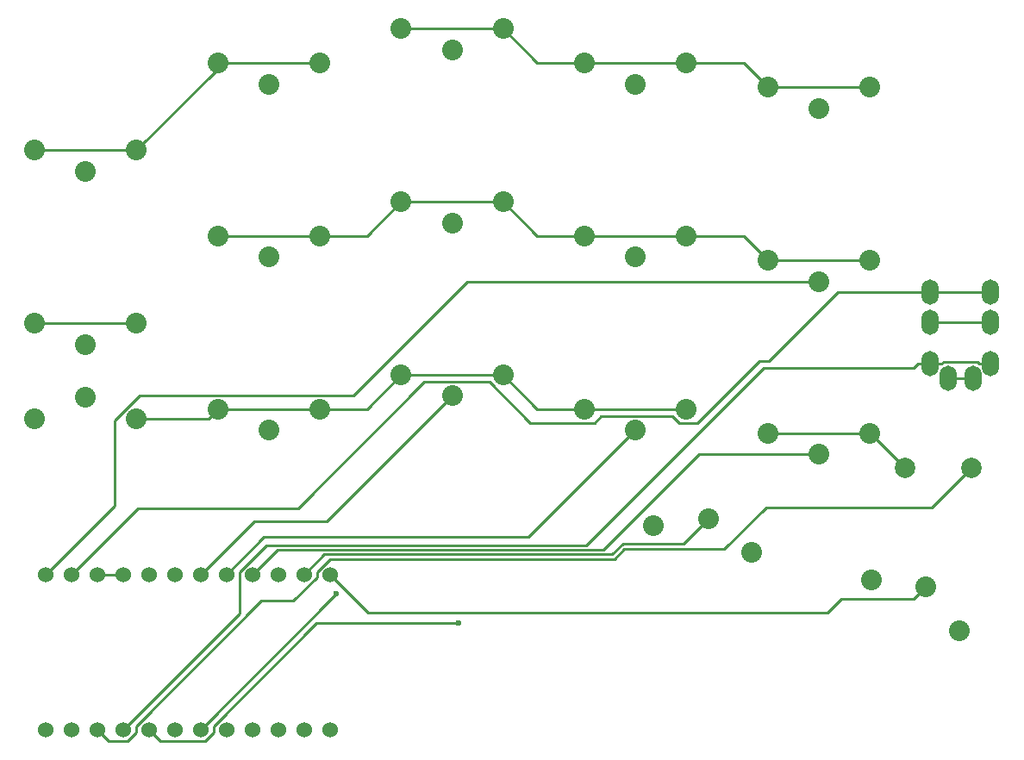
<source format=gtl>
G04 #@! TF.GenerationSoftware,KiCad,Pcbnew,5.1.6*
G04 #@! TF.CreationDate,2020-07-27T10:41:18+01:00*
G04 #@! TF.ProjectId,cradio10,63726164-696f-4313-902e-6b696361645f,1.0*
G04 #@! TF.SameCoordinates,Original*
G04 #@! TF.FileFunction,Copper,L1,Top*
G04 #@! TF.FilePolarity,Positive*
%FSLAX46Y46*%
G04 Gerber Fmt 4.6, Leading zero omitted, Abs format (unit mm)*
G04 Created by KiCad (PCBNEW 5.1.6) date 2020-07-27 10:41:18*
%MOMM*%
%LPD*%
G01*
G04 APERTURE LIST*
G04 #@! TA.AperFunction,ComponentPad*
%ADD10C,2.032000*%
G04 #@! TD*
G04 #@! TA.AperFunction,ComponentPad*
%ADD11C,2.000000*%
G04 #@! TD*
G04 #@! TA.AperFunction,ComponentPad*
%ADD12C,1.524000*%
G04 #@! TD*
G04 #@! TA.AperFunction,ComponentPad*
%ADD13O,1.700000X2.500000*%
G04 #@! TD*
G04 #@! TA.AperFunction,ViaPad*
%ADD14C,0.600000*%
G04 #@! TD*
G04 #@! TA.AperFunction,Conductor*
%ADD15C,0.250000*%
G04 #@! TD*
G04 APERTURE END LIST*
D10*
X109445142Y-80427577D03*
X99785883Y-77839387D03*
X105159032Y-77105038D03*
X121000000Y-68720000D03*
X111000000Y-68720000D03*
X116000000Y-70820000D03*
X129810127Y-88119103D03*
X121149873Y-83119103D03*
X126530000Y-83800450D03*
X103000000Y-66345000D03*
X93000000Y-66345000D03*
X98000000Y-68445000D03*
X85000000Y-62970000D03*
X75000000Y-62970000D03*
X80000000Y-65070000D03*
X67000000Y-66345000D03*
X57000000Y-66345000D03*
X62000000Y-68445000D03*
X49000000Y-67305000D03*
X39000000Y-67305000D03*
X44000000Y-65205000D03*
X121000000Y-51720000D03*
X111000000Y-51720000D03*
X116000000Y-53820000D03*
X103000000Y-49340000D03*
X93000000Y-49340000D03*
X98000000Y-51440000D03*
X85000000Y-45970000D03*
X75000000Y-45970000D03*
X80000000Y-48070000D03*
X67000000Y-49340000D03*
X57000000Y-49340000D03*
X62000000Y-51440000D03*
X49000000Y-57900000D03*
X39000000Y-57900000D03*
X44000000Y-60000000D03*
X121000000Y-34720000D03*
X111000000Y-34720000D03*
X116000000Y-36820000D03*
X103000000Y-32340000D03*
X93000000Y-32340000D03*
X98000000Y-34440000D03*
X85000000Y-28980000D03*
X75000000Y-28980000D03*
X80000000Y-31080000D03*
X49000000Y-40900000D03*
X39000000Y-40900000D03*
X44000000Y-43000000D03*
X67000000Y-32340000D03*
X57000000Y-32340000D03*
X62000000Y-34440000D03*
D11*
X124512000Y-72136000D03*
X131012000Y-72136000D03*
D12*
X40062000Y-97838600D03*
X42602000Y-97838600D03*
X45142000Y-97838600D03*
X47682000Y-97838600D03*
X50222000Y-97838600D03*
X52762000Y-97838600D03*
X55302000Y-97838600D03*
X57842000Y-97838600D03*
X60382000Y-97838600D03*
X62922000Y-97838600D03*
X65462000Y-97838600D03*
X68002000Y-97838600D03*
X68002000Y-82618600D03*
X65462000Y-82618600D03*
X62922000Y-82618600D03*
X60382000Y-82618600D03*
X57842000Y-82618600D03*
X55302000Y-82618600D03*
X52762000Y-82618600D03*
X50222000Y-82618600D03*
X47682000Y-82618600D03*
X45142000Y-82618600D03*
X42602000Y-82618600D03*
X40062000Y-82618600D03*
D13*
X128710000Y-63362000D03*
X132910000Y-61862000D03*
X132910000Y-57862000D03*
X132910000Y-54862000D03*
X126960000Y-57862000D03*
X126960000Y-54862000D03*
X131160000Y-63362000D03*
X126960000Y-61862000D03*
D14*
X80673200Y-87400800D03*
X68617400Y-84513500D03*
D15*
X80000000Y-65070000D02*
X67713200Y-77356800D01*
X67713200Y-77356800D02*
X60563800Y-77356800D01*
X60563800Y-77356800D02*
X55302000Y-82618600D01*
X57842000Y-82618600D02*
X61532700Y-78927900D01*
X61532700Y-78927900D02*
X87517100Y-78927900D01*
X87517100Y-78927900D02*
X98000000Y-68445000D01*
X116000000Y-70820000D02*
X104245000Y-70820000D01*
X104245000Y-70820000D02*
X94884600Y-80180400D01*
X94884600Y-80180400D02*
X62820200Y-80180400D01*
X62820200Y-80180400D02*
X60382000Y-82618600D01*
X50222000Y-97838600D02*
X51324100Y-98940700D01*
X51324100Y-98940700D02*
X55755100Y-98940700D01*
X55755100Y-98940700D02*
X56572000Y-98123800D01*
X56572000Y-98123800D02*
X56572000Y-97528500D01*
X56572000Y-97528500D02*
X66699700Y-87400800D01*
X66699700Y-87400800D02*
X80673200Y-87400800D01*
X121000000Y-68720000D02*
X121096000Y-68720000D01*
X121096000Y-68720000D02*
X124512000Y-72136000D01*
X111000000Y-68720000D02*
X121000000Y-68720000D01*
X93000000Y-32340000D02*
X103000000Y-32340000D01*
X85000000Y-28980000D02*
X88360000Y-32340000D01*
X88360000Y-32340000D02*
X93000000Y-32340000D01*
X75000000Y-45970000D02*
X71630000Y-49340000D01*
X71630000Y-49340000D02*
X67000000Y-49340000D01*
X75000000Y-45970000D02*
X85000000Y-45970000D01*
X67000000Y-66345000D02*
X57000000Y-66345000D01*
X75000000Y-62970000D02*
X71625000Y-66345000D01*
X71625000Y-66345000D02*
X67000000Y-66345000D01*
X57000000Y-32340000D02*
X57000000Y-32900000D01*
X57000000Y-32900000D02*
X49000000Y-40900000D01*
X57000000Y-32340000D02*
X67000000Y-32340000D01*
X126960000Y-57862000D02*
X132910000Y-57862000D01*
X93000000Y-66345000D02*
X88375000Y-66345000D01*
X88375000Y-66345000D02*
X85000000Y-62970000D01*
X93000000Y-66345000D02*
X103000000Y-66345000D01*
X75000000Y-62970000D02*
X85000000Y-62970000D01*
X49000000Y-67305000D02*
X56040000Y-67305000D01*
X56040000Y-67305000D02*
X57000000Y-66345000D01*
X39000000Y-57900000D02*
X49000000Y-57900000D01*
X111000000Y-51720000D02*
X121000000Y-51720000D01*
X103000000Y-49340000D02*
X108620000Y-49340000D01*
X108620000Y-49340000D02*
X111000000Y-51720000D01*
X93000000Y-49340000D02*
X103000000Y-49340000D01*
X85000000Y-45970000D02*
X88370000Y-49340000D01*
X88370000Y-49340000D02*
X93000000Y-49340000D01*
X57000000Y-49340000D02*
X67000000Y-49340000D01*
X111000000Y-34720000D02*
X121000000Y-34720000D01*
X103000000Y-32340000D02*
X108620000Y-32340000D01*
X108620000Y-32340000D02*
X111000000Y-34720000D01*
X75000000Y-28980000D02*
X85000000Y-28980000D01*
X39000000Y-40900000D02*
X49000000Y-40900000D01*
X45142000Y-82618600D02*
X47682000Y-82618600D01*
X125784700Y-61862000D02*
X125334400Y-62312300D01*
X125334400Y-62312300D02*
X110587900Y-62312300D01*
X110587900Y-62312300D02*
X93170100Y-79730100D01*
X93170100Y-79730100D02*
X61730600Y-79730100D01*
X61730600Y-79730100D02*
X59112000Y-82348700D01*
X59112000Y-82348700D02*
X59112000Y-86408600D01*
X59112000Y-86408600D02*
X47682000Y-97838600D01*
X126960000Y-61862000D02*
X125784700Y-61862000D01*
X127360000Y-61862000D02*
X126960000Y-61862000D01*
X127360000Y-61862000D02*
X128135300Y-61862000D01*
X132910000Y-61862000D02*
X131734700Y-61862000D01*
X128135300Y-61862000D02*
X128247400Y-61749900D01*
X128247400Y-61749900D02*
X131622600Y-61749900D01*
X131622600Y-61749900D02*
X131734700Y-61862000D01*
X55302000Y-97838600D02*
X68617400Y-84523200D01*
X68617400Y-84523200D02*
X68617400Y-84513500D01*
X40062000Y-82618600D02*
X46838200Y-75842400D01*
X46838200Y-75842400D02*
X46838200Y-67488800D01*
X46838200Y-67488800D02*
X49323400Y-65003600D01*
X49323400Y-65003600D02*
X70330000Y-65003600D01*
X70330000Y-65003600D02*
X81513600Y-53820000D01*
X81513600Y-53820000D02*
X116000000Y-53820000D01*
X126960000Y-54862000D02*
X117851500Y-54862000D01*
X117851500Y-54862000D02*
X111076600Y-61636900D01*
X111076600Y-61636900D02*
X110138100Y-61636900D01*
X110138100Y-61636900D02*
X104063100Y-67711900D01*
X104063100Y-67711900D02*
X102266900Y-67711900D01*
X102266900Y-67711900D02*
X101636800Y-67081800D01*
X101636800Y-67081800D02*
X94617000Y-67081800D01*
X94617000Y-67081800D02*
X93969900Y-67728900D01*
X93969900Y-67728900D02*
X87658900Y-67728900D01*
X87658900Y-67728900D02*
X83645700Y-63715700D01*
X83645700Y-63715700D02*
X77285000Y-63715700D01*
X77285000Y-63715700D02*
X64875000Y-76125700D01*
X64875000Y-76125700D02*
X49094900Y-76125700D01*
X49094900Y-76125700D02*
X42602000Y-82618600D01*
X132910000Y-54862000D02*
X126960000Y-54862000D01*
X45142000Y-97838600D02*
X46244100Y-98940700D01*
X46244100Y-98940700D02*
X48135100Y-98940700D01*
X48135100Y-98940700D02*
X48952000Y-98123800D01*
X48952000Y-98123800D02*
X48952000Y-97549900D01*
X48952000Y-97549900D02*
X61283200Y-85218700D01*
X61283200Y-85218700D02*
X64408800Y-85218700D01*
X64408800Y-85218700D02*
X66732000Y-82895500D01*
X66732000Y-82895500D02*
X66732000Y-82350000D01*
X66732000Y-82350000D02*
X68001000Y-81081000D01*
X68001000Y-81081000D02*
X95921200Y-81081000D01*
X95921200Y-81081000D02*
X96865500Y-80136700D01*
X96865500Y-80136700D02*
X106714000Y-80136700D01*
X106714000Y-80136700D02*
X110819500Y-76031200D01*
X110819500Y-76031200D02*
X127116800Y-76031200D01*
X127116800Y-76031200D02*
X131012000Y-72136000D01*
X68002000Y-82618600D02*
X71760100Y-86376700D01*
X71760100Y-86376700D02*
X116864800Y-86376700D01*
X116864800Y-86376700D02*
X118258200Y-84983300D01*
X118258200Y-84983300D02*
X125347200Y-84983300D01*
X125347200Y-84983300D02*
X126530000Y-83800500D01*
X105159000Y-77105000D02*
X102687600Y-79576400D01*
X102687600Y-79576400D02*
X96762400Y-79576400D01*
X96762400Y-79576400D02*
X95708100Y-80630700D01*
X95708100Y-80630700D02*
X67449900Y-80630700D01*
X67449900Y-80630700D02*
X65462000Y-82618600D01*
X131160000Y-63362000D02*
X128710000Y-63362000D01*
M02*

</source>
